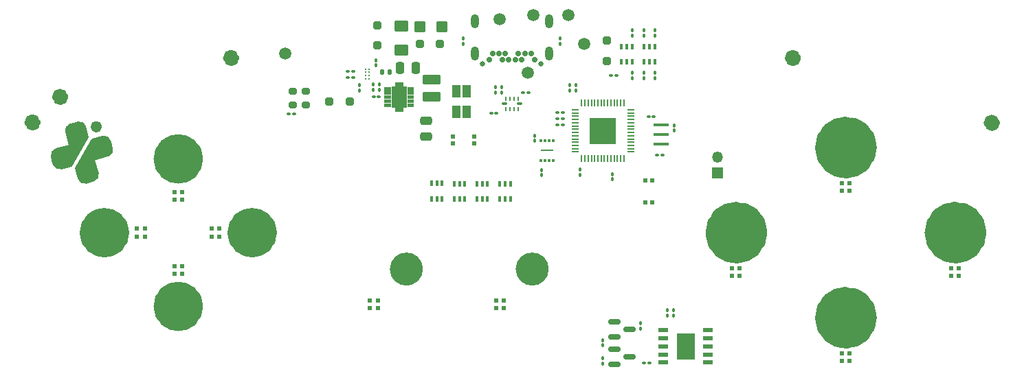
<source format=gbr>
G04 #@! TF.GenerationSoftware,KiCad,Pcbnew,7.0.6*
G04 #@! TF.CreationDate,2023-12-22T13:04:07-08:00*
G04 #@! TF.ProjectId,sgpp_main_pcb,73677070-5f6d-4616-996e-5f7063622e6b,1*
G04 #@! TF.SameCoordinates,Original*
G04 #@! TF.FileFunction,Soldermask,Top*
G04 #@! TF.FilePolarity,Negative*
%FSLAX46Y46*%
G04 Gerber Fmt 4.6, Leading zero omitted, Abs format (unit mm)*
G04 Created by KiCad (PCBNEW 7.0.6) date 2023-12-22 13:04:07*
%MOMM*%
%LPD*%
G01*
G04 APERTURE LIST*
G04 Aperture macros list*
%AMRoundRect*
0 Rectangle with rounded corners*
0 $1 Rounding radius*
0 $2 $3 $4 $5 $6 $7 $8 $9 X,Y pos of 4 corners*
0 Add a 4 corners polygon primitive as box body*
4,1,4,$2,$3,$4,$5,$6,$7,$8,$9,$2,$3,0*
0 Add four circle primitives for the rounded corners*
1,1,$1+$1,$2,$3*
1,1,$1+$1,$4,$5*
1,1,$1+$1,$6,$7*
1,1,$1+$1,$8,$9*
0 Add four rect primitives between the rounded corners*
20,1,$1+$1,$2,$3,$4,$5,0*
20,1,$1+$1,$4,$5,$6,$7,0*
20,1,$1+$1,$6,$7,$8,$9,0*
20,1,$1+$1,$8,$9,$2,$3,0*%
G04 Aperture macros list end*
%ADD10C,0.992884*%
%ADD11C,3.800000*%
%ADD12C,3.050000*%
%ADD13C,2.050000*%
%ADD14C,0.010000*%
%ADD15C,0.152400*%
%ADD16RoundRect,0.100000X-0.130000X-0.100000X0.130000X-0.100000X0.130000X0.100000X-0.130000X0.100000X0*%
%ADD17RoundRect,0.150000X-0.587500X-0.150000X0.587500X-0.150000X0.587500X0.150000X-0.587500X0.150000X0*%
%ADD18R,0.550000X0.550000*%
%ADD19RoundRect,0.050000X0.050000X-0.387500X0.050000X0.387500X-0.050000X0.387500X-0.050000X-0.387500X0*%
%ADD20RoundRect,0.050000X0.387500X-0.050000X0.387500X0.050000X-0.387500X0.050000X-0.387500X-0.050000X0*%
%ADD21R,3.200000X3.200000*%
%ADD22RoundRect,0.140000X0.140000X0.170000X-0.140000X0.170000X-0.140000X-0.170000X0.140000X-0.170000X0*%
%ADD23RoundRect,0.100000X0.100000X-0.130000X0.100000X0.130000X-0.100000X0.130000X-0.100000X-0.130000X0*%
%ADD24RoundRect,0.100000X-0.100000X0.130000X-0.100000X-0.130000X0.100000X-0.130000X0.100000X0.130000X0*%
%ADD25R,0.300000X0.400000*%
%ADD26R,1.600000X0.200000*%
%ADD27RoundRect,0.100000X0.130000X0.100000X-0.130000X0.100000X-0.130000X-0.100000X0.130000X-0.100000X0*%
%ADD28RoundRect,0.250000X-0.250000X0.250000X-0.250000X-0.250000X0.250000X-0.250000X0.250000X0.250000X0*%
%ADD29R,0.500000X0.550000*%
%ADD30RoundRect,0.250000X0.250000X-0.250000X0.250000X0.250000X-0.250000X0.250000X-0.250000X-0.250000X0*%
%ADD31RoundRect,0.250000X-0.450000X-0.425000X0.450000X-0.425000X0.450000X0.425000X-0.450000X0.425000X0*%
%ADD32RoundRect,0.200000X-0.275000X0.200000X-0.275000X-0.200000X0.275000X-0.200000X0.275000X0.200000X0*%
%ADD33RoundRect,0.200000X0.275000X-0.200000X0.275000X0.200000X-0.275000X0.200000X-0.275000X-0.200000X0*%
%ADD34C,1.500000*%
%ADD35R,0.400000X0.650000*%
%ADD36C,0.500000*%
%ADD37R,0.550000X0.500000*%
%ADD38RoundRect,0.250000X-0.850000X0.375000X-0.850000X-0.375000X0.850000X-0.375000X0.850000X0.375000X0*%
%ADD39RoundRect,0.250000X-0.250000X-0.475000X0.250000X-0.475000X0.250000X0.475000X-0.250000X0.475000X0*%
%ADD40RoundRect,0.250000X0.250000X0.250000X-0.250000X0.250000X-0.250000X-0.250000X0.250000X-0.250000X0*%
%ADD41R,1.300000X0.600000*%
%ADD42R,2.300000X3.200000*%
%ADD43RoundRect,0.250000X-0.475000X0.250000X-0.475000X-0.250000X0.475000X-0.250000X0.475000X0.250000X0*%
%ADD44C,0.230000*%
%ADD45R,1.900000X0.400000*%
%ADD46R,1.000000X1.500000*%
%ADD47R,1.350000X1.350000*%
%ADD48O,1.350000X1.350000*%
%ADD49RoundRect,0.250001X-0.624999X0.462499X-0.624999X-0.462499X0.624999X-0.462499X0.624999X0.462499X0*%
%ADD50RoundRect,0.050000X0.075000X-0.225000X0.075000X0.225000X-0.075000X0.225000X-0.075000X-0.225000X0*%
%ADD51RoundRect,0.050000X0.050000X-0.225000X0.050000X0.225000X-0.050000X0.225000X-0.050000X-0.225000X0*%
%ADD52RoundRect,0.050000X0.250000X-0.100000X0.250000X0.100000X-0.250000X0.100000X-0.250000X-0.100000X0*%
%ADD53RoundRect,0.250000X-0.250000X-0.250000X0.250000X-0.250000X0.250000X0.250000X-0.250000X0.250000X0*%
%ADD54C,0.650000*%
%ADD55C,0.700000*%
%ADD56O,1.003200X1.753200*%
G04 APERTURE END LIST*
D10*
X185103642Y-83108800D02*
G75*
G03*
X185103642Y-83108800I-496442J0D01*
G01*
X115897570Y-83098758D02*
G75*
G03*
X115897570Y-83098758I-496442J0D01*
G01*
X94832042Y-87909400D02*
G75*
G03*
X94832042Y-87909400I-496442J0D01*
G01*
X209614642Y-91109800D02*
G75*
G03*
X209614642Y-91109800I-496442J0D01*
G01*
X91428442Y-91059000D02*
G75*
G03*
X91428442Y-91059000I-496442J0D01*
G01*
D11*
X179550000Y-104644925D02*
G75*
G03*
X179550000Y-104644925I-1900000J0D01*
G01*
X193050000Y-115144925D02*
G75*
G03*
X193050000Y-115144925I-1900000J0D01*
G01*
X193050000Y-94144925D02*
G75*
G03*
X193050000Y-94144925I-1900000J0D01*
G01*
D12*
X119524798Y-104657425D02*
G75*
G03*
X119524798Y-104657425I-1525000J0D01*
G01*
D13*
X138025000Y-109148425D02*
G75*
G03*
X138025000Y-109148425I-1025000J0D01*
G01*
D12*
X110425000Y-95557627D02*
G75*
G03*
X110425000Y-95557627I-1525000J0D01*
G01*
X101325202Y-104657425D02*
G75*
G03*
X101325202Y-104657425I-1525000J0D01*
G01*
D14*
X137840800Y-89083400D02*
X137100800Y-89083400D01*
X137100800Y-88703400D01*
X137840800Y-88703400D01*
X137840800Y-89083400D01*
G36*
X137840800Y-89083400D02*
G01*
X137100800Y-89083400D01*
X137100800Y-88703400D01*
X137840800Y-88703400D01*
X137840800Y-89083400D01*
G37*
X137840800Y-88583400D02*
X137100800Y-88583400D01*
X137100800Y-88203400D01*
X137840800Y-88203400D01*
X137840800Y-88583400D01*
G36*
X137840800Y-88583400D02*
G01*
X137100800Y-88583400D01*
X137100800Y-88203400D01*
X137840800Y-88203400D01*
X137840800Y-88583400D01*
G37*
X137840800Y-88083400D02*
X137100800Y-88083400D01*
X137100800Y-87703400D01*
X137840800Y-87703400D01*
X137840800Y-88083400D01*
G36*
X137840800Y-88083400D02*
G01*
X137100800Y-88083400D01*
X137100800Y-87703400D01*
X137840800Y-87703400D01*
X137840800Y-88083400D01*
G37*
X137840800Y-87583400D02*
X137100800Y-87583400D01*
X137100800Y-87203400D01*
X137840800Y-87203400D01*
X137840800Y-87583400D01*
G36*
X137840800Y-87583400D02*
G01*
X137100800Y-87583400D01*
X137100800Y-87203400D01*
X137840800Y-87203400D01*
X137840800Y-87583400D01*
G37*
X137840800Y-87083400D02*
X137100800Y-87083400D01*
X137100800Y-86703400D01*
X137840800Y-86703400D01*
X137840800Y-87083400D01*
G36*
X137840800Y-87083400D02*
G01*
X137100800Y-87083400D01*
X137100800Y-86703400D01*
X137840800Y-86703400D01*
X137840800Y-87083400D01*
G37*
X135040800Y-89083400D02*
X134300800Y-89083400D01*
X134300800Y-88703400D01*
X135040800Y-88703400D01*
X135040800Y-89083400D01*
G36*
X135040800Y-89083400D02*
G01*
X134300800Y-89083400D01*
X134300800Y-88703400D01*
X135040800Y-88703400D01*
X135040800Y-89083400D01*
G37*
X135040800Y-88583400D02*
X134300800Y-88583400D01*
X134300800Y-88203400D01*
X135040800Y-88203400D01*
X135040800Y-88583400D01*
G36*
X135040800Y-88583400D02*
G01*
X134300800Y-88583400D01*
X134300800Y-88203400D01*
X135040800Y-88203400D01*
X135040800Y-88583400D01*
G37*
X135040800Y-88083400D02*
X134300800Y-88083400D01*
X134300800Y-87703400D01*
X135040800Y-87703400D01*
X135040800Y-88083400D01*
G36*
X135040800Y-88083400D02*
G01*
X134300800Y-88083400D01*
X134300800Y-87703400D01*
X135040800Y-87703400D01*
X135040800Y-88083400D01*
G37*
X135040800Y-87583400D02*
X134300800Y-87583400D01*
X134300800Y-87203400D01*
X135040800Y-87203400D01*
X135040800Y-87583400D01*
G36*
X135040800Y-87583400D02*
G01*
X134300800Y-87583400D01*
X134300800Y-87203400D01*
X135040800Y-87203400D01*
X135040800Y-87583400D01*
G37*
X135040800Y-87083400D02*
X134300800Y-87083400D01*
X134300800Y-86703400D01*
X135040800Y-86703400D01*
X135040800Y-87083400D01*
G36*
X135040800Y-87083400D02*
G01*
X134300800Y-87083400D01*
X134300800Y-86703400D01*
X135040800Y-86703400D01*
X135040800Y-87083400D01*
G37*
X136015800Y-86623400D02*
X136125800Y-86623400D01*
X136125800Y-86123400D01*
X136515800Y-86123400D01*
X136515800Y-86623400D01*
X136965800Y-86623400D01*
X136965800Y-89163400D01*
X136515800Y-89163400D01*
X136515800Y-89663400D01*
X136125800Y-89663400D01*
X136125800Y-89163400D01*
X136015800Y-89163400D01*
X136015800Y-89663400D01*
X135625800Y-89663400D01*
X135625800Y-89163400D01*
X135175800Y-89163400D01*
X135175800Y-86623400D01*
X135625800Y-86623400D01*
X135625800Y-86123400D01*
X136015800Y-86123400D01*
X136015800Y-86623400D01*
G36*
X136015800Y-86623400D02*
G01*
X136125800Y-86623400D01*
X136125800Y-86123400D01*
X136515800Y-86123400D01*
X136515800Y-86623400D01*
X136965800Y-86623400D01*
X136965800Y-89163400D01*
X136515800Y-89163400D01*
X136515800Y-89663400D01*
X136125800Y-89663400D01*
X136125800Y-89163400D01*
X136015800Y-89163400D01*
X136015800Y-89663400D01*
X135625800Y-89663400D01*
X135625800Y-89163400D01*
X135175800Y-89163400D01*
X135175800Y-86623400D01*
X135625800Y-86623400D01*
X135625800Y-86123400D01*
X136015800Y-86123400D01*
X136015800Y-86623400D01*
G37*
D12*
X110425000Y-113757223D02*
G75*
G03*
X110425000Y-113757223I-1525000J0D01*
G01*
D15*
X93284029Y-95233678D02*
X93405810Y-95738093D01*
X93552535Y-96235693D02*
X93405779Y-95737971D01*
X93818954Y-94333219D02*
X95497054Y-93883544D01*
X94466041Y-96748021D02*
X95771813Y-96398118D01*
X95047379Y-92205441D02*
X95497054Y-93883544D01*
X95559707Y-91291935D02*
X96057429Y-91145179D01*
X95771813Y-96398118D02*
X97812109Y-92864219D01*
X96245697Y-96677328D02*
X98290931Y-93134875D01*
X96561722Y-91023429D02*
X96057307Y-91145210D01*
X96593819Y-97976446D02*
X96245697Y-96677328D01*
X97462181Y-91558354D02*
X97812109Y-92864219D01*
X97494278Y-98511371D02*
X97998693Y-98389590D01*
X98496293Y-98242865D02*
X97998571Y-98389621D01*
X99008621Y-97329359D02*
X98558946Y-95651256D01*
X99589959Y-92786779D02*
X98290931Y-93134875D01*
X100237046Y-95201581D02*
X98558946Y-95651256D01*
X100503465Y-93299107D02*
X100650221Y-93796829D01*
X100771971Y-94301122D02*
X100650190Y-93796707D01*
X93818954Y-94333220D02*
G75*
G03*
X93284030Y-95233678I194126J-724439D01*
G01*
X93552536Y-96235693D02*
G75*
G03*
X94466041Y-96748020I719379J212112D01*
G01*
X95559707Y-91291936D02*
G75*
G03*
X95047380Y-92205441I212112J-719379D01*
G01*
X97462180Y-91558354D02*
G75*
G03*
X96561722Y-91023430I-724439J-194126D01*
G01*
X96593820Y-97976446D02*
G75*
G03*
X97494278Y-98511370I724439J194126D01*
G01*
X98496293Y-98242864D02*
G75*
G03*
X99008620Y-97329359I-212112J719379D01*
G01*
X100503464Y-93299107D02*
G75*
G03*
X99589959Y-92786779I-719374J-212103D01*
G01*
X100237046Y-95201579D02*
G75*
G03*
X100771971Y-94301122I-194126J724439D01*
G01*
X99417959Y-91588966D02*
G75*
G03*
X99417959Y-91588966I-625000J0D01*
G01*
G36*
X99052996Y-91002398D02*
G01*
X99272995Y-91187398D01*
X99403000Y-91437402D01*
X99397999Y-91732400D01*
X99277999Y-91967403D01*
X99128003Y-92107400D01*
X98928001Y-92197402D01*
X98708000Y-92207399D01*
X98522996Y-92152400D01*
X98333001Y-92032404D01*
X98223004Y-91852409D01*
X98163000Y-91707400D01*
X98163000Y-91482405D01*
X98223001Y-91312396D01*
X98327998Y-91132404D01*
X98562995Y-90997402D01*
X98763005Y-90967402D01*
X99052996Y-91002398D01*
G37*
G36*
X96938002Y-91012401D02*
G01*
X97198007Y-91152405D01*
X97368001Y-91337400D01*
X97488001Y-91677405D01*
X97807999Y-92847400D01*
X95763002Y-96392399D01*
X94473008Y-96742398D01*
X94277998Y-96767401D01*
X94092998Y-96752399D01*
X93908006Y-96692399D01*
X93722998Y-96542399D01*
X93588001Y-96357400D01*
X93248000Y-95152397D01*
X93258001Y-94942403D01*
X93313001Y-94752401D01*
X93397999Y-94607403D01*
X93553000Y-94437400D01*
X93803003Y-94322401D01*
X95474414Y-93874702D01*
X95478906Y-93873497D01*
X95482999Y-93872401D01*
X95058020Y-92287473D01*
X95039486Y-92276862D01*
X95016000Y-92127404D01*
X95043003Y-91817398D01*
X95158001Y-91562401D01*
X95333003Y-91362398D01*
X95888026Y-91167392D01*
X96587998Y-91002404D01*
X96938002Y-91012401D01*
G37*
G36*
X99963002Y-92777401D02*
G01*
X100147994Y-92837401D01*
X100333002Y-92987401D01*
X100467999Y-93172400D01*
X100808000Y-94377403D01*
X100797999Y-94587397D01*
X100742999Y-94777399D01*
X100658001Y-94922397D01*
X100503000Y-95092400D01*
X100252997Y-95207399D01*
X98581586Y-95655098D01*
X98577094Y-95656303D01*
X98573001Y-95657399D01*
X98997980Y-97242327D01*
X99016514Y-97252938D01*
X99040000Y-97402396D01*
X99012997Y-97712402D01*
X98897999Y-97967399D01*
X98722997Y-98167402D01*
X98167974Y-98362408D01*
X97468002Y-98527396D01*
X97117998Y-98517399D01*
X96857993Y-98377395D01*
X96687999Y-98192400D01*
X96567999Y-97852395D01*
X96248001Y-96682400D01*
X98292998Y-93137401D01*
X99582992Y-92787402D01*
X99778002Y-92762399D01*
X99963002Y-92777401D01*
G37*
D13*
X153525000Y-109148425D02*
G75*
G03*
X153525000Y-109148425I-1025000J0D01*
G01*
D11*
X206550000Y-104644925D02*
G75*
G03*
X206550000Y-104644925I-1900000J0D01*
G01*
D16*
X129786617Y-84757101D03*
X130426617Y-84757101D03*
D17*
X162613100Y-115618562D03*
X162613100Y-117518562D03*
X164488100Y-116568562D03*
D18*
X190625000Y-99482425D03*
X191575000Y-99482425D03*
X191575000Y-98532425D03*
X190625000Y-98532425D03*
X108425000Y-100562425D03*
X109375000Y-100562425D03*
X109375000Y-99612425D03*
X108425000Y-99612425D03*
D19*
X158595680Y-95532853D03*
X158995680Y-95532853D03*
X159395680Y-95532853D03*
X159795680Y-95532853D03*
X160195680Y-95532853D03*
X160595680Y-95532853D03*
X160995680Y-95532853D03*
X161395680Y-95532853D03*
X161795680Y-95532853D03*
X162195680Y-95532853D03*
X162595680Y-95532853D03*
X162995680Y-95532853D03*
X163395680Y-95532853D03*
X163795680Y-95532853D03*
D20*
X164633180Y-94695353D03*
X164633180Y-94295353D03*
X164633180Y-93895353D03*
X164633180Y-93495353D03*
X164633180Y-93095353D03*
X164633180Y-92695353D03*
X164633180Y-92295353D03*
X164633180Y-91895353D03*
X164633180Y-91495353D03*
X164633180Y-91095353D03*
X164633180Y-90695353D03*
X164633180Y-90295353D03*
X164633180Y-89895353D03*
X164633180Y-89495353D03*
D19*
X163795680Y-88657853D03*
X163395680Y-88657853D03*
X162995680Y-88657853D03*
X162595680Y-88657853D03*
X162195680Y-88657853D03*
X161795680Y-88657853D03*
X161395680Y-88657853D03*
X160995680Y-88657853D03*
X160595680Y-88657853D03*
X160195680Y-88657853D03*
X159795680Y-88657853D03*
X159395680Y-88657853D03*
X158995680Y-88657853D03*
X158595680Y-88657853D03*
D20*
X157758180Y-89495353D03*
X157758180Y-89895353D03*
X157758180Y-90295353D03*
X157758180Y-90695353D03*
X157758180Y-91095353D03*
X157758180Y-91495353D03*
X157758180Y-91895353D03*
X157758180Y-92295353D03*
X157758180Y-92695353D03*
X157758180Y-93095353D03*
X157758180Y-93495353D03*
X157758180Y-93895353D03*
X157758180Y-94295353D03*
X157758180Y-94695353D03*
D21*
X161195680Y-92095353D03*
D22*
X134970617Y-84868934D03*
X134010617Y-84868934D03*
D23*
X169113200Y-114874000D03*
X169113200Y-114234000D03*
D24*
X169900600Y-114234000D03*
X169900600Y-114874000D03*
D18*
X177125000Y-109982425D03*
X178075000Y-109982425D03*
X178075000Y-109032425D03*
X177125000Y-109032425D03*
D25*
X153603839Y-95730818D03*
X154103839Y-95730818D03*
X154603839Y-95730818D03*
X155103839Y-95730818D03*
X155103839Y-93330818D03*
X154603839Y-93330818D03*
X154103839Y-93330818D03*
X153603839Y-93330818D03*
D26*
X154353839Y-94530818D03*
D27*
X168544200Y-95072200D03*
X167904200Y-95072200D03*
D18*
X132525000Y-113962425D03*
X133475000Y-113962425D03*
X133475000Y-113012425D03*
X132525000Y-113012425D03*
D28*
X161702814Y-80976323D03*
X161702814Y-83476323D03*
D24*
X161185407Y-117912482D03*
X161185407Y-118552482D03*
D29*
X167278000Y-98243000D03*
X166478000Y-98243000D03*
X167278000Y-100893000D03*
X166478000Y-100893000D03*
D23*
X166283024Y-85568716D03*
X166283024Y-84928716D03*
X162357100Y-98053897D03*
X162357100Y-97413897D03*
D30*
X133400800Y-81539400D03*
X133400800Y-79039400D03*
D31*
X138654800Y-79222600D03*
X141354800Y-79222600D03*
D23*
X157906304Y-87125125D03*
X157906304Y-86485125D03*
D32*
X123012200Y-87211400D03*
X123012200Y-88861400D03*
D24*
X133680200Y-86395600D03*
X133680200Y-87035600D03*
D33*
X124587000Y-88861400D03*
X124587000Y-87211400D03*
D24*
X164796362Y-79698927D03*
X164796362Y-80338927D03*
D23*
X158352939Y-97509723D03*
X158352939Y-96869723D03*
X152810910Y-93318611D03*
X152810910Y-92678611D03*
D34*
X158927800Y-81381600D03*
D35*
X149819674Y-98621320D03*
X149169674Y-98621320D03*
X148519674Y-98621320D03*
X148519674Y-100521320D03*
X149169674Y-100521320D03*
X149819674Y-100521320D03*
D27*
X148097200Y-89916000D03*
X147457200Y-89916000D03*
D36*
X136500000Y-109148425D03*
X137500000Y-109148425D03*
D18*
X113025000Y-105132425D03*
X113975000Y-105132425D03*
X113975000Y-104182425D03*
X113025000Y-104182425D03*
D16*
X151406885Y-87373476D03*
X152046885Y-87373476D03*
D17*
X162613100Y-119039600D03*
X162613100Y-120939600D03*
X164488100Y-119989600D03*
D37*
X142693000Y-92818000D03*
X142693000Y-93618000D03*
X145343000Y-92818000D03*
X145343000Y-93618000D03*
D38*
X140081000Y-85767600D03*
X140081000Y-87917600D03*
D16*
X162214600Y-85242400D03*
X162854600Y-85242400D03*
X155620853Y-91341188D03*
X156260853Y-91341188D03*
X132979200Y-87858600D03*
X133619200Y-87858600D03*
D18*
X148025000Y-113962425D03*
X148975000Y-113962425D03*
X148975000Y-113012425D03*
X148025000Y-113012425D03*
D23*
X153644600Y-97551200D03*
X153644600Y-96911200D03*
D34*
X156921200Y-77851000D03*
D24*
X167582546Y-79682900D03*
X167582546Y-80322900D03*
D35*
X144189674Y-98621320D03*
X143539674Y-98621320D03*
X142889674Y-98621320D03*
X142889674Y-100521320D03*
X143539674Y-100521320D03*
X144189674Y-100521320D03*
D27*
X130426617Y-85519101D03*
X129786617Y-85519101D03*
D18*
X108425000Y-109732425D03*
X109375000Y-109732425D03*
X109375000Y-108782425D03*
X108425000Y-108782425D03*
D39*
X136235400Y-84353400D03*
X138135400Y-84353400D03*
D40*
X141127800Y-81381600D03*
X138627800Y-81381600D03*
D41*
X174140965Y-120693298D03*
X174140965Y-119693298D03*
X174140965Y-118693298D03*
X174140965Y-117693298D03*
X174140965Y-116693298D03*
X168640965Y-116693298D03*
X168640965Y-117693298D03*
X168640965Y-118693298D03*
X168640965Y-119693298D03*
X168640965Y-120693298D03*
D42*
X171390965Y-118693298D03*
D35*
X141395674Y-98594320D03*
X140745674Y-98594320D03*
X140095674Y-98594320D03*
X140095674Y-100494320D03*
X140745674Y-100494320D03*
X141395674Y-100494320D03*
D24*
X131256387Y-86469101D03*
X131256387Y-87109101D03*
D43*
X139395200Y-90871000D03*
X139395200Y-92771000D03*
D44*
X131992617Y-84465101D03*
X132392617Y-84465101D03*
X131992617Y-84865101D03*
X132392617Y-84865101D03*
X131992617Y-85265101D03*
X132392617Y-85265101D03*
X131992617Y-85665101D03*
X132392617Y-85665101D03*
D27*
X167493180Y-90339353D03*
X166853180Y-90339353D03*
D34*
X151968200Y-84886800D03*
D16*
X155620853Y-90593353D03*
X156260853Y-90593353D03*
D23*
X144018000Y-81346000D03*
X144018000Y-80706000D03*
X133225057Y-84000021D03*
X133225057Y-83360021D03*
X132892800Y-87035600D03*
X132892800Y-86395600D03*
D45*
X168376600Y-93763800D03*
X168376600Y-92563800D03*
X168376600Y-91363800D03*
D23*
X167581248Y-85583783D03*
X167581248Y-84943783D03*
D24*
X166256061Y-79702188D03*
X166256061Y-80342188D03*
D27*
X166927409Y-120696962D03*
X166287409Y-120696962D03*
D46*
X144455520Y-89765800D03*
X143155520Y-89765800D03*
D16*
X155617393Y-89831353D03*
X156257393Y-89831353D03*
D35*
X146983674Y-98621320D03*
X146333674Y-98621320D03*
X145683674Y-98621320D03*
X145683674Y-100521320D03*
X146333674Y-100521320D03*
X146983674Y-100521320D03*
D34*
X152654000Y-77825600D03*
D47*
X175361600Y-97300800D03*
D48*
X175361600Y-95300800D03*
D24*
X170027600Y-91399400D03*
X170027600Y-92039400D03*
D23*
X164787763Y-85563797D03*
X164787763Y-84923797D03*
X157137453Y-87126612D03*
X157137453Y-86486612D03*
D34*
X122047000Y-82575400D03*
D23*
X147968546Y-87349825D03*
X147968546Y-86709825D03*
D35*
X166284012Y-83575538D03*
X166934012Y-83575538D03*
X167584012Y-83575538D03*
X167584012Y-81675538D03*
X166934012Y-81675538D03*
X166284012Y-81675538D03*
D18*
X190625000Y-120482425D03*
X191575000Y-120482425D03*
X191575000Y-119532425D03*
X190625000Y-119532425D03*
D24*
X155956000Y-80706000D03*
X155956000Y-81346000D03*
D46*
X144455520Y-87225800D03*
X143155520Y-87225800D03*
D24*
X165880287Y-115859600D03*
X165880287Y-116499600D03*
D36*
X152000000Y-109148425D03*
X153000000Y-109148425D03*
D34*
X148488400Y-78282800D03*
D23*
X161185407Y-120817600D03*
X161185407Y-120177600D03*
D18*
X204125000Y-109982425D03*
X205075000Y-109982425D03*
X205075000Y-109032425D03*
X204125000Y-109032425D03*
D35*
X163490012Y-83575538D03*
X164140012Y-83575538D03*
X164790012Y-83575538D03*
X164790012Y-81675538D03*
X164140012Y-81675538D03*
X163490012Y-81675538D03*
D18*
X103825000Y-105132425D03*
X104775000Y-105132425D03*
X104775000Y-104182425D03*
X103825000Y-104182425D03*
D49*
X136398000Y-79132100D03*
X136398000Y-82107100D03*
D50*
X149250546Y-89448000D03*
D51*
X149750546Y-89448000D03*
X150250546Y-89448000D03*
D50*
X150750546Y-89448000D03*
D52*
X150900546Y-88773000D03*
D50*
X150750546Y-88098000D03*
D51*
X150250546Y-88098000D03*
X149750546Y-88098000D03*
D50*
X149250546Y-88098000D03*
D52*
X149100546Y-88773000D03*
D16*
X122525000Y-89966800D03*
X123165000Y-89966800D03*
D53*
X127502600Y-88468200D03*
X130002600Y-88468200D03*
D24*
X148730546Y-86709825D03*
X148730546Y-87349825D03*
D54*
X146400000Y-83842425D03*
X153600000Y-83842425D03*
D55*
X152800000Y-83302425D03*
X152400000Y-82592425D03*
X151600000Y-82592425D03*
X151200000Y-83302425D03*
X150800000Y-82592425D03*
X150400000Y-83302425D03*
X149600000Y-83302425D03*
X149200000Y-82592425D03*
X148800000Y-83302425D03*
X148400000Y-82592425D03*
X147600000Y-82592425D03*
X147200000Y-83302425D03*
D56*
X145400000Y-78592425D03*
X145400000Y-82592425D03*
X154600000Y-78592425D03*
X154600000Y-82592425D03*
M02*

</source>
